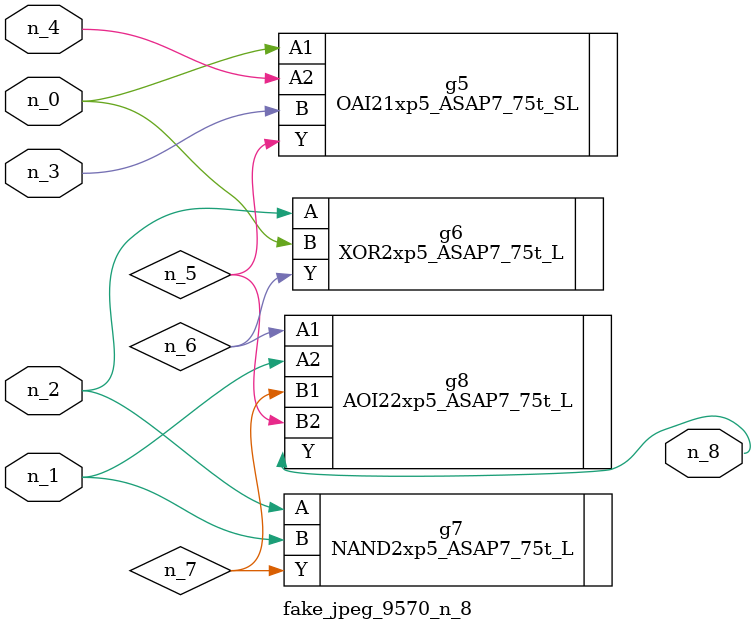
<source format=v>
module fake_jpeg_9570_n_8 (n_3, n_2, n_1, n_0, n_4, n_8);

input n_3;
input n_2;
input n_1;
input n_0;
input n_4;

output n_8;

wire n_6;
wire n_5;
wire n_7;

OAI21xp5_ASAP7_75t_SL g5 ( 
.A1(n_0),
.A2(n_4),
.B(n_3),
.Y(n_5)
);

XOR2xp5_ASAP7_75t_L g6 ( 
.A(n_2),
.B(n_0),
.Y(n_6)
);

NAND2xp5_ASAP7_75t_L g7 ( 
.A(n_2),
.B(n_1),
.Y(n_7)
);

AOI22xp5_ASAP7_75t_L g8 ( 
.A1(n_6),
.A2(n_1),
.B1(n_7),
.B2(n_5),
.Y(n_8)
);


endmodule
</source>
